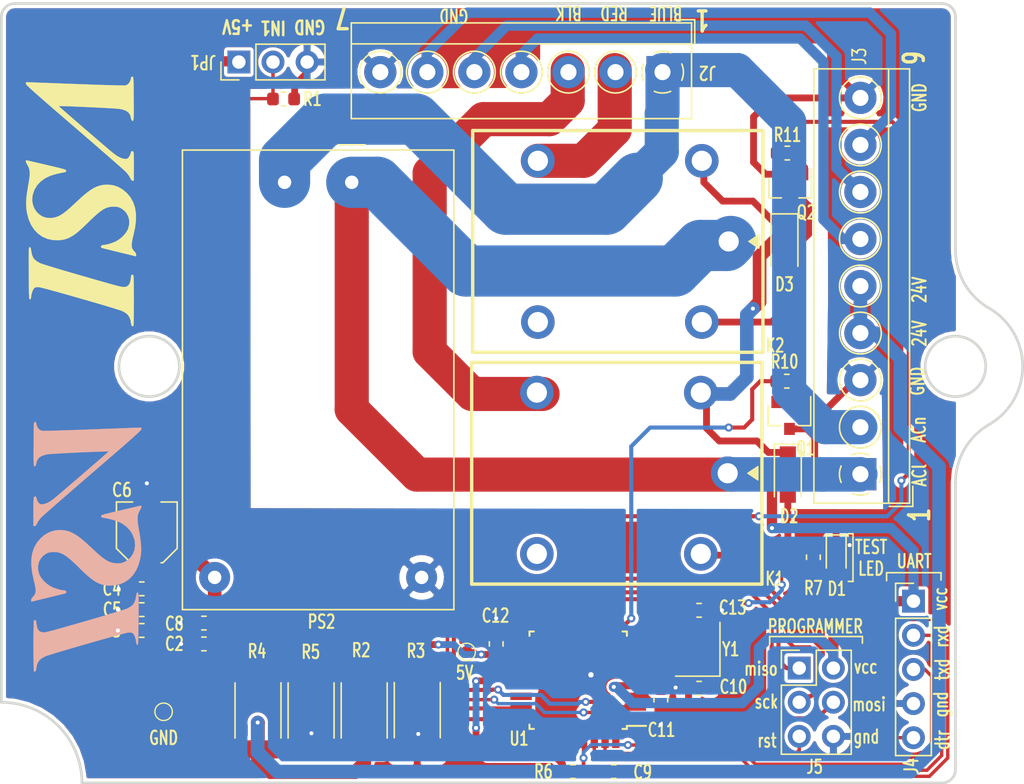
<source format=kicad_pcb>
(kicad_pcb (version 20171130) (host pcbnew "(5.1.4-0)")
  (layers (0 F.Cu signal) (31 B.Cu signal) (34 B.Paste user) (35 F.Paste user) (36 B.SilkS user) (37 F.SilkS user) (38 B.Mask user) (39 F.Mask user) (44 Edge.Cuts user))
  (net 0 "")
  (net 1 /ac_l)
  (net 2 /ac_n)
  (net 3 +5V)
  (net 4 GND)
  (net 5 "Net-(C9-Pad2)")
  (net 6 /xtal1)
  (net 7 /xtal2)
  (net 8 "Net-(D1-Pad2)")
  (net 9 "Net-(D2-Pad2)")
  (net 10 "Net-(D3-Pad2)")
  (net 11 /ac_relay_1)
  (net 12 /ac_relay_2)
  (net 13 "Net-(J2-Pad4)")
  (net 14 "Net-(J2-Pad5)")
  (net 15 "Net-(J2-Pad6)")
  (net 16 +24V)
  (net 17 /rxd)
  (net 18 /txd)
  (net 19 /miso)
  (net 20 /sck)
  (net 21 /mosi)
  (net 22 /in1)
  (net 23 "Net-(K1-Pad4)")
  (net 24 "Net-(K2-Pad4)")
  (net 25 "Net-(Q1-Pad1)")
  (net 26 "Net-(Q2-Pad1)")
  (net 27 /in2)
  (net 28 /in3)
  (net 29 /debugging_led)
  (net 30 /out2)
  (net 31 /out1)
  (net 32 "Net-(U1-Pad10)")
  (net 33 "Net-(U1-Pad12)")
  (net 34 "Net-(U1-Pad13)")
  (net 35 "Net-(U1-Pad14)")
  (net 36 "Net-(U1-Pad19)")
  (net 37 "Net-(U1-Pad20)")
  (net 38 "Net-(U1-Pad22)")
  (net 39 "Net-(U1-Pad25)")
  (net 40 "Net-(U1-Pad26)")
  (net 41 "Net-(U1-Pad27)")
  (net 42 "Net-(U1-Pad28)")
  (net 43 "Net-(U1-Pad32)")
  (net 44 "Net-(Y1-Pad2)")
  (net 45 "Net-(Y1-Pad4)")
  (net 46 /~reset)
  (module logo:logo_1 (layer B.Cu) (at 118.3 106.55 270)
    (fp_text reference G*** hide)
    (fp_text value LOGO hide)
  )
  (module logo:logo_1 (layer F.Cu) (at 117.9 80.85 270)
    (fp_text reference G*** hide)
    (fp_text value LOGO hide)
  )
  (module greencharge-footprints:G5LE-14 (layer F.Cu) (at 164.1 77.85 180)
    (fp_text reference K2 (at -5.45 -13.75 180) (layer F.SilkS) (effects (font (size 1 0.7))))
    (fp_text value G5LE-14 hide)
    (pad 1 thru_hole circle (at -2 -6 270) (size 2.5 2.5) (drill 1.5) (layers *.Cu *.Mask) (net 1 /ac_l))
    (pad 2 thru_hole circle (at 0 0 270) (size 2.5 2.5) (drill 1.5) (layers *.Cu *.Mask) (net 3 +5V))
    (pad 3 thru_hole circle (at 12.2 0 270) (size 2.5 2.5) (drill 1.5) (layers *.Cu *.Mask) (net 11 /ac_relay_1))
    (pad 4 thru_hole circle (at 12.2 -12 270) (size 2.5 2.5) (drill 1.5) (layers *.Cu *.Mask) (net 24 "Net-(K2-Pad4)"))
    (pad 5 thru_hole circle (at 0 -12 270) (size 2.5 2.5) (drill 1.5) (layers *.Cu *.Mask) (net 10 "Net-(D3-Pad2)"))
  )
  (module Converter_ACDC:Converter_ACDC_HiLink_HLK-PMxx (layer F.Cu) (at 138.05 79.45 270)
    (fp_text reference PS2 (at 32.7 2.25) (layer F.SilkS) (effects (font (size 1 0.7))))
    (fp_text value HLK-PM01)
    (pad 4 thru_hole circle (at 29.4 10.2 270) (size 2.3 2.3) (drill 1) (layers *.Cu *.Mask) (net 3 +5V))
    (pad 2 thru_hole circle (at 0 5 270) (size 2.3 2.3) (drill 1) (layers *.Cu *.Mask) (net 2 /ac_n))
    (pad 1 thru_hole rect (at 0 0 270) (size 2.3 2) (drill 1) (layers *.Cu *.Mask) (net 1 /ac_l))
    (pad 3 thru_hole circle (at 29.4 -5.2 270) (size 2.3 2.3) (drill 1) (layers *.Cu *.Mask) (net 4 GND))
  )
  (module Capacitor_SMD:C_0603_1608Metric (layer F.Cu) (at 127.05 113.8 180)
    (fp_text reference C2 (at 2.2 0) (layer F.SilkS) (effects (font (size 1 0.7))))
    (fp_text value 10u)
    (pad 1 smd roundrect (at -0.7875 0 180) (size 0.875 0.95) (layers F.Cu F.Paste F.Mask) (net 3 +5V))
    (pad 2 smd roundrect (at 0.7875 0 180) (size 0.875 0.95) (layers F.Cu F.Paste F.Mask) (net 4 GND))
  )
  (module Capacitor_SMD:C_0603_1608Metric (layer F.Cu) (at 122.425 112.8 180)
    (fp_text reference C3 (at 2.225 0) (layer F.SilkS) (effects (font (size 1 0.7))))
    (fp_text value 0.1u)
    (pad 2 smd roundrect (at 0.7875 0 180) (size 0.875 0.95) (layers F.Cu F.Paste F.Mask) (net 4 GND))
    (pad 1 smd roundrect (at -0.7875 0 180) (size 0.875 0.95) (layers F.Cu F.Paste F.Mask) (net 3 +5V))
  )
  (module Capacitor_SMD:C_0603_1608Metric (layer F.Cu) (at 122.425 109.7 180)
    (fp_text reference C4 (at 2.225 0) (layer F.SilkS) (effects (font (size 1 0.7))))
    (fp_text value 1n)
    (pad 1 smd roundrect (at -0.7875 0 180) (size 0.875 0.95) (layers F.Cu F.Paste F.Mask) (net 3 +5V))
    (pad 2 smd roundrect (at 0.7875 0 180) (size 0.875 0.95) (layers F.Cu F.Paste F.Mask) (net 4 GND))
  )
  (module Capacitor_SMD:C_0603_1608Metric (layer F.Cu) (at 122.425 111.25 180)
    (fp_text reference C5 (at 2.2 0) (layer F.SilkS) (effects (font (size 1 0.7))))
    (fp_text value 0.1u)
    (pad 2 smd roundrect (at 0.7875 0 180) (size 0.875 0.95) (layers F.Cu F.Paste F.Mask) (net 4 GND))
    (pad 1 smd roundrect (at -0.7875 0 180) (size 0.875 0.95) (layers F.Cu F.Paste F.Mask) (net 3 +5V))
  )
  (module Capacitor_SMD:C_0603_1608Metric (layer F.Cu) (at 127.05 112.25 180)
    (fp_text reference C8 (at 2.2 -0.05) (layer F.SilkS) (effects (font (size 1 0.7))))
    (fp_text value 10u)
    (pad 1 smd roundrect (at -0.7875 0 180) (size 0.875 0.95) (layers F.Cu F.Paste F.Mask) (net 3 +5V))
    (pad 2 smd roundrect (at 0.7875 0 180) (size 0.875 0.95) (layers F.Cu F.Paste F.Mask) (net 4 GND))
  )
  (module Capacitor_SMD:C_0603_1608Metric (layer F.Cu) (at 157.55 123.3)
    (fp_text reference C9 (at 2.15 0.05) (layer F.SilkS) (effects (font (size 1 0.7))))
    (fp_text value 0.1u)
    (pad 2 smd roundrect (at 0.7875 0) (size 0.875 0.95) (layers F.Cu F.Paste F.Mask) (net 5 "Net-(C9-Pad2)"))
    (pad 1 smd roundrect (at -0.7875 0) (size 0.875 0.95) (layers F.Cu F.Paste F.Mask) (net 46 /~reset))
  )
  (module Capacitor_SMD:C_0603_1608Metric (layer F.Cu) (at 163.9 117.1 180)
    (fp_text reference C10 (at -2.55 0.1) (layer F.SilkS) (effects (font (size 1 0.7))))
    (fp_text value 22p)
    (pad 1 smd roundrect (at -0.7875 0 180) (size 0.875 0.95) (layers F.Cu F.Paste F.Mask) (net 6 /xtal1))
    (pad 2 smd roundrect (at 0.7875 0 180) (size 0.875 0.95) (layers F.Cu F.Paste F.Mask) (net 4 GND))
  )
  (module Capacitor_SMD:C_0603_1608Metric (layer F.Cu) (at 161.05 117.95 270)
    (fp_text reference C11 (at 2.25 -0.05 180) (layer F.SilkS) (effects (font (size 1 0.7))))
    (fp_text value 0.1u)
    (pad 2 smd roundrect (at 0.7875 0 270) (size 0.875 0.95) (layers F.Cu F.Paste F.Mask) (net 4 GND))
    (pad 1 smd roundrect (at -0.7875 0 270) (size 0.875 0.95) (layers F.Cu F.Paste F.Mask) (net 3 +5V))
  )
  (module Capacitor_SMD:C_0603_1608Metric (layer F.Cu) (at 148.8 113.8 90)
    (fp_text reference C12 (at 2.1 -0.05 180) (layer F.SilkS) (effects (font (size 1 0.7))))
    (fp_text value 0.1u)
    (pad 1 smd roundrect (at -0.7875 0 90) (size 0.875 0.95) (layers F.Cu F.Paste F.Mask) (net 3 +5V))
    (pad 2 smd roundrect (at 0.7875 0 90) (size 0.875 0.95) (layers F.Cu F.Paste F.Mask) (net 4 GND))
  )
  (module Capacitor_SMD:C_0603_1608Metric (layer F.Cu) (at 163.9 111.3)
    (fp_text reference C13 (at 2.5 -0.2) (layer F.SilkS) (effects (font (size 1 0.7))))
    (fp_text value 22p)
    (pad 2 smd roundrect (at 0.7875 0) (size 0.875 0.95) (layers F.Cu F.Paste F.Mask) (net 4 GND))
    (pad 1 smd roundrect (at -0.7875 0) (size 0.875 0.95) (layers F.Cu F.Paste F.Mask) (net 7 /xtal2))
  )
  (module LED_SMD:LED_0603_1608Metric_Pad1.05x0.95mm_HandSolder (layer F.Cu) (at 174.1 107.35 270)
    (fp_text reference D1 (at 2.35 -0.05 180) (layer F.SilkS) (effects (font (size 1 0.7))))
    (fp_text value LED_Small)
    (pad 1 smd roundrect (at -0.875 0 270) (size 1.05 0.95) (layers F.Cu F.Paste F.Mask) (net 4 GND))
    (pad 2 smd roundrect (at 0.875 0 270) (size 1.05 0.95) (layers F.Cu F.Paste F.Mask) (net 8 "Net-(D1-Pad2)"))
  )
  (module Diode_SMD:D_SOD-123 (layer F.Cu) (at 170.5 101.2 270)
    (fp_text reference D2 (at 3.1 -0.1 180) (layer F.SilkS) (effects (font (size 1 0.7))))
    (fp_text value D_Small)
    (pad 2 smd rect (at 1.65 0 270) (size 0.9 1.2) (layers F.Cu F.Paste F.Mask) (net 9 "Net-(D2-Pad2)"))
    (pad 1 smd rect (at -1.65 0 270) (size 0.9 1.2) (layers F.Cu F.Paste F.Mask) (net 3 +5V))
  )
  (module Diode_SMD:D_SOD-123 (layer F.Cu) (at 170.25 84.05 270)
    (fp_text reference D3 (at 3 0 180) (layer F.SilkS) (effects (font (size 1 0.7))))
    (fp_text value D_Small)
    (pad 1 smd rect (at -1.65 0 270) (size 0.9 1.2) (layers F.Cu F.Paste F.Mask) (net 3 +5V))
    (pad 2 smd rect (at 1.65 0 270) (size 0.9 1.2) (layers F.Cu F.Paste F.Mask) (net 10 "Net-(D3-Pad2)"))
  )
  (module Connector_PinHeader_2.54mm:PinHeader_1x05_P2.54mm_Vertical (layer F.Cu) (at 179.85 110.62)
    (fp_text reference J4 (at -0.15 12.28 90 unlocked) (layer F.SilkS) (effects (font (size 1 0.7))))
    (fp_text value Conn_01x05)
    (pad 1 thru_hole rect (at 0 0) (size 1.7 1.7) (drill 1) (layers *.Cu *.Mask) (net 3 +5V))
    (pad 2 thru_hole oval (at 0 2.54) (size 1.7 1.7) (drill 1) (layers *.Cu *.Mask) (net 17 /rxd))
    (pad 3 thru_hole oval (at 0 5.08) (size 1.7 1.7) (drill 1) (layers *.Cu *.Mask) (net 18 /txd))
    (pad 4 thru_hole oval (at 0 7.62) (size 1.7 1.7) (drill 1) (layers *.Cu *.Mask) (net 4 GND))
    (pad 5 thru_hole oval (at 0 10.16) (size 1.7 1.7) (drill 1) (layers *.Cu *.Mask) (net 5 "Net-(C9-Pad2)"))
  )
  (module Connector_PinHeader_2.54mm:PinHeader_2x03_P2.54mm_Vertical (layer F.Cu) (at 171.35 115.6)
    (fp_text reference J5 (at 1.15 7.35) (layer F.SilkS) (effects (font (size 1 0.7))))
    (fp_text value Conn_02x03_Odd_Even)
    (pad 1 thru_hole rect (at 0 0) (size 1.7 1.7) (drill 1) (layers *.Cu *.Mask) (net 19 /miso))
    (pad 2 thru_hole oval (at 2.54 0) (size 1.7 1.7) (drill 1) (layers *.Cu *.Mask) (net 3 +5V))
    (pad 3 thru_hole oval (at 0 2.54) (size 1.7 1.7) (drill 1) (layers *.Cu *.Mask) (net 20 /sck))
    (pad 4 thru_hole oval (at 2.54 2.54) (size 1.7 1.7) (drill 1) (layers *.Cu *.Mask) (net 21 /mosi))
    (pad 5 thru_hole oval (at 0 5.08) (size 1.7 1.7) (drill 1) (layers *.Cu *.Mask) (net 46 /~reset))
    (pad 6 thru_hole oval (at 2.54 5.08) (size 1.7 1.7) (drill 1) (layers *.Cu *.Mask) (net 4 GND))
  )
  (module Connector_PinHeader_2.54mm:PinHeader_1x03_P2.54mm_Vertical (layer F.Cu) (at 129.65 70.5 90)
    (fp_text reference JP1 (at 0 -2.66 180 unlocked) (layer F.SilkS) (effects (font (size 1 0.7))))
    (fp_text value Jumper_3_Open)
    (pad 1 thru_hole rect (at 0 0 90) (size 1.7 1.7) (drill 1) (layers *.Cu *.Mask) (net 3 +5V))
    (pad 2 thru_hole oval (at 0 2.54 90) (size 1.7 1.7) (drill 1) (layers *.Cu *.Mask) (net 22 /in1))
    (pad 3 thru_hole oval (at 0 5.08 90) (size 1.7 1.7) (drill 1) (layers *.Cu *.Mask) (net 4 GND))
  )
  (module greencharge-footprints:G5LE-14 (layer F.Cu) (at 164.025 95.1 180)
    (fp_text reference K1 (at -5.5 -13.85 180) (layer F.SilkS) (effects (font (size 1 0.7))))
    (fp_text value G5LE-14 hide)
    (pad 5 thru_hole circle (at 0 -12 270) (size 2.5 2.5) (drill 1.5) (layers *.Cu *.Mask) (net 9 "Net-(D2-Pad2)"))
    (pad 4 thru_hole circle (at 12.2 -12 270) (size 2.5 2.5) (drill 1.5) (layers *.Cu *.Mask) (net 23 "Net-(K1-Pad4)"))
    (pad 3 thru_hole circle (at 12.2 0 270) (size 2.5 2.5) (drill 1.5) (layers *.Cu *.Mask) (net 12 /ac_relay_2))
    (pad 2 thru_hole circle (at 0 0 270) (size 2.5 2.5) (drill 1.5) (layers *.Cu *.Mask) (net 3 +5V))
    (pad 1 thru_hole circle (at -2 -6 270) (size 2.5 2.5) (drill 1.5) (layers *.Cu *.Mask) (net 1 /ac_l))
  )
  (module Package_TO_SOT_SMD:SOT-23 (layer F.Cu) (at 170.625 96.8 270)
    (fp_text reference Q1 (at 2.45 -1.2 180) (layer F.SilkS) (effects (font (size 1 0.7))))
    (fp_text value MMBT3904)
    (pad 3 smd rect (at 1 0 270) (size 0.9 0.8) (layers F.Cu F.Paste F.Mask) (net 9 "Net-(D2-Pad2)"))
    (pad 2 smd rect (at -1 0.95 270) (size 0.9 0.8) (layers F.Cu F.Paste F.Mask) (net 4 GND))
    (pad 1 smd rect (at -1 -0.95 270) (size 0.9 0.8) (layers F.Cu F.Paste F.Mask) (net 25 "Net-(Q1-Pad1)"))
  )
  (module Package_TO_SOT_SMD:SOT-23 (layer F.Cu) (at 170.675 79.85 270)
    (fp_text reference Q2 (at 1.85 -1.2 180) (layer F.SilkS) (effects (font (size 1 0.7))))
    (fp_text value MMBT3904)
    (pad 1 smd rect (at -1 -0.95 270) (size 0.9 0.8) (layers F.Cu F.Paste F.Mask) (net 26 "Net-(Q2-Pad1)"))
    (pad 2 smd rect (at -1 0.95 270) (size 0.9 0.8) (layers F.Cu F.Paste F.Mask) (net 4 GND))
    (pad 3 smd rect (at 1 0 270) (size 0.9 0.8) (layers F.Cu F.Paste F.Mask) (net 10 "Net-(D3-Pad2)"))
  )
  (module Resistor_SMD:R_0603_1608Metric (layer F.Cu) (at 132.975 73.25 180)
    (fp_text reference R1 (at -2.15 0) (layer F.SilkS) (effects (font (size 1 0.7))))
    (fp_text value 10k)
    (pad 1 smd roundrect (at -0.7875 0 180) (size 0.875 0.95) (layers F.Cu F.Paste F.Mask) (net 4 GND))
    (pad 2 smd roundrect (at 0.7875 0 180) (size 0.875 0.95) (layers F.Cu F.Paste F.Mask) (net 22 /in1))
  )
  (module Resistor_SMD:R_2512_6332Metric (layer F.Cu) (at 138.975 118.75 90)
    (fp_text reference R2 (at 4.475 -0.225 180) (layer F.SilkS) (effects (font (size 1 0.7))))
    (fp_text value 30k)
    (pad 2 smd roundrect (at 2.9 0 90) (size 1.35 3.35) (layers F.Cu F.Paste F.Mask) (roundrect_rratio 0.185185) (net 27 /in2))
    (pad 1 smd roundrect (at -2.9 0 90) (size 1.35 3.35) (layers F.Cu F.Paste F.Mask) (roundrect_rratio 0.185185) (net 16 +24V))
  )
  (module Resistor_SMD:R_2512_6332Metric (layer F.Cu) (at 142.925 118.725 270)
    (fp_text reference R3 (at -4.4 0.1 180) (layer F.SilkS) (effects (font (size 1 0.7))))
    (fp_text value 7k)
    (pad 1 smd roundrect (at -2.9 0 270) (size 1.35 3.35) (layers F.Cu F.Paste F.Mask) (roundrect_rratio 0.185185) (net 27 /in2))
    (pad 2 smd roundrect (at 2.9 0 270) (size 1.35 3.35) (layers F.Cu F.Paste F.Mask) (roundrect_rratio 0.185185) (net 4 GND))
  )
  (module Resistor_SMD:R_2512_6332Metric (layer F.Cu) (at 131.075 118.75 90)
    (fp_text reference R4 (at 4.4 -0.075 180) (layer F.SilkS) (effects (font (size 1 0.7))))
    (fp_text value 30k)
    (pad 2 smd roundrect (at 2.9 0 90) (size 1.35 3.35) (layers F.Cu F.Paste F.Mask) (roundrect_rratio 0.185185) (net 28 /in3))
    (pad 1 smd roundrect (at -2.9 0 90) (size 1.35 3.35) (layers F.Cu F.Paste F.Mask) (roundrect_rratio 0.185185) (net 16 +24V))
  )
  (module Resistor_SMD:R_2512_6332Metric (layer F.Cu) (at 135.025 118.75 270)
    (fp_text reference R5 (at -4.35 0.025 180) (layer F.SilkS) (effects (font (size 1 0.7))))
    (fp_text value 7k)
    (pad 1 smd roundrect (at -2.9 0 270) (size 1.35 3.35) (layers F.Cu F.Paste F.Mask) (roundrect_rratio 0.185185) (net 28 /in3))
    (pad 2 smd roundrect (at 2.9 0 270) (size 1.35 3.35) (layers F.Cu F.Paste F.Mask) (roundrect_rratio 0.185185) (net 4 GND))
  )
  (module Resistor_SMD:R_0603_1608Metric (layer F.Cu) (at 154.5125 123.3 180)
    (fp_text reference R6 (at 2.2 0) (layer F.SilkS) (effects (font (size 1 0.7))))
    (fp_text value 10k)
    (pad 1 smd roundrect (at -0.7875 0 180) (size 0.875 0.95) (layers F.Cu F.Paste F.Mask) (net 46 /~reset))
    (pad 2 smd roundrect (at 0.7875 0 180) (size 0.875 0.95) (layers F.Cu F.Paste F.Mask) (net 3 +5V))
  )
  (module Resistor_SMD:R_0603_1608Metric (layer F.Cu) (at 172.4 107.35 270)
    (fp_text reference R7 (at 2.3 0 180) (layer F.SilkS) (effects (font (size 1 0.7))))
    (fp_text value 1k)
    (pad 2 smd roundrect (at 0.7875 0 270) (size 0.875 0.95) (layers F.Cu F.Paste F.Mask) (net 8 "Net-(D1-Pad2)"))
    (pad 1 smd roundrect (at -0.7875 0 270) (size 0.875 0.95) (layers F.Cu F.Paste F.Mask) (net 29 /debugging_led))
  )
  (module Resistor_SMD:R_0603_1608Metric (layer F.Cu) (at 170.425 94.25)
    (fp_text reference R10 (at -0.1625 -1.45) (layer F.SilkS) (effects (font (size 1 0.7))))
    (fp_text value 470R)
    (pad 1 smd roundrect (at -0.7875 0) (size 0.875 0.95) (layers F.Cu F.Paste F.Mask) (net 30 /out2))
    (pad 2 smd roundrect (at 0.7875 0) (size 0.875 0.95) (layers F.Cu F.Paste F.Mask) (net 25 "Net-(Q1-Pad1)"))
  )
  (module Resistor_SMD:R_0603_1608Metric (layer F.Cu) (at 170.4625 77.275)
    (fp_text reference R11 (at 0.0125 -1.35 180) (layer F.SilkS) (effects (font (size 1 0.7))))
    (fp_text value 470R)
    (pad 2 smd roundrect (at 0.7875 0) (size 0.875 0.95) (layers F.Cu F.Paste F.Mask) (net 26 "Net-(Q2-Pad1)"))
    (pad 1 smd roundrect (at -0.7875 0) (size 0.875 0.95) (layers F.Cu F.Paste F.Mask) (net 31 /out1))
  )
  (module brilliant-kicad-library:TestPoint_Pad_D0.9mm (layer F.Cu) (at 146.6 114.4 90)
    (fp_text reference TP2 hide)
    (fp_text value TestPoint)
    (pad 1 smd circle (at 0 0 90) (size 0.9 0.9) (layers F.Cu F.Mask) (net 3 +5V))
  )
  (module brilliant-kicad-library:TestPoint_Pad_D0.9mm (layer F.Cu) (at 124.05 118.85 90)
    (fp_text reference TP3 hide)
    (fp_text value TestPoint)
    (pad 1 smd circle (at 0 0 90) (size 0.9 0.9) (layers F.Cu F.Mask) (net 4 GND))
  )
  (module Package_QFP:TQFP-32_7x7mm_P0.8mm (layer F.Cu) (at 154.9 116.5 180)
    (fp_text reference U1 (at 4.4 -4.35) (layer F.SilkS) (effects (font (size 1 0.7))))
    (fp_text value ATmega328P-A)
    (pad 1 smd rect (at -4.25 -2.8 180) (size 1.6 0.55) (layers F.Cu F.Paste F.Mask) (net 22 /in1))
    (pad 2 smd rect (at -4.25 -2 180) (size 1.6 0.55) (layers F.Cu F.Paste F.Mask) (net 31 /out1))
    (pad 3 smd rect (at -4.25 -1.2 180) (size 1.6 0.55) (layers F.Cu F.Paste F.Mask) (net 4 GND))
    (pad 4 smd rect (at -4.25 -0.4 180) (size 1.6 0.55) (layers F.Cu F.Paste F.Mask) (net 3 +5V))
    (pad 5 smd rect (at -4.25 0.4 180) (size 1.6 0.55) (layers F.Cu F.Paste F.Mask) (net 4 GND))
    (pad 6 smd rect (at -4.25 1.2 180) (size 1.6 0.55) (layers F.Cu F.Paste F.Mask) (net 3 +5V))
    (pad 7 smd rect (at -4.25 2 180) (size 1.6 0.55) (layers F.Cu F.Paste F.Mask) (net 6 /xtal1))
    (pad 8 smd rect (at -4.25 2.8 180) (size 1.6 0.55) (layers F.Cu F.Paste F.Mask) (net 7 /xtal2))
    (pad 9 smd rect (at -2.8 4.25 270) (size 1.6 0.55) (layers F.Cu F.Paste F.Mask) (net 30 /out2))
    (pad 10 smd rect (at -2 4.25 270) (size 1.6 0.55) (layers F.Cu F.Paste F.Mask) (net 32 "Net-(U1-Pad10)"))
    (pad 11 smd rect (at -1.2 4.25 270) (size 1.6 0.55) (layers F.Cu F.Paste F.Mask) (net 29 /debugging_led))
    (pad 12 smd rect (at -0.4 4.25 270) (size 1.6 0.55) (layers F.Cu F.Paste F.Mask) (net 33 "Net-(U1-Pad12)"))
    (pad 13 smd rect (at 0.4 4.25 270) (size 1.6 0.55) (layers F.Cu F.Paste F.Mask) (net 34 "Net-(U1-Pad13)"))
    (pad 14 smd rect (at 1.2 4.25 270) (size 1.6 0.55) (layers F.Cu F.Paste F.Mask) (net 35 "Net-(U1-Pad14)"))
    (pad 15 smd rect (at 2 4.25 270) (size 1.6 0.55) (layers F.Cu F.Paste F.Mask) (net 21 /mosi))
    (pad 16 smd rect (at 2.8 4.25 270) (size 1.6 0.55) (layers F.Cu F.Paste F.Mask) (net 19 /miso))
    (pad 17 smd rect (at 4.25 2.8 180) (size 1.6 0.55) (layers F.Cu F.Paste F.Mask) (net 20 /sck))
    (pad 18 smd rect (at 4.25 2 180) (size 1.6 0.55) (layers F.Cu F.Paste F.Mask) (net 3 +5V))
    (pad 19 smd rect (at 4.25 1.2 180) (size 1.6 0.55) (layers F.Cu F.Paste F.Mask) (net 36 "Net-(U1-Pad19)"))
    (pad 20 smd rect (at 4.25 0.4 180) (size 1.6 0.55) (layers F.Cu F.Paste F.Mask) (net 37 "Net-(U1-Pad20)"))
    (pad 21 smd rect (at 4.25 -0.4 180) (size 1.6 0.55) (layers F.Cu F.Paste F.Mask) (net 4 GND))
    (pad 22 smd rect (at 4.25 -1.2 180) (size 1.6 0.55) (layers F.Cu F.Paste F.Mask) (net 38 "Net-(U1-Pad22)"))
    (pad 23 smd rect (at 4.25 -2 180) (size 1.6 0.55) (layers F.Cu F.Paste F.Mask) (net 27 /in2))
    (pad 24 smd rect (at 4.25 -2.8 180) (size 1.6 0.55) (layers F.Cu F.Paste F.Mask) (net 28 /in3))
    (pad 25 smd rect (at 2.8 -4.25 270) (size 1.6 0.55) (layers F.Cu F.Paste F.Mask) (net 39 "Net-(U1-Pad25)"))
    (pad 26 smd rect (at 2 -4.25 270) (size 1.6 0.55) (layers F.Cu F.Paste F.Mask) (net 40 "Net-(U1-Pad26)"))
    (pad 27 smd rect (at 1.2 -4.25 270) (size 1.6 0.55) (layers F.Cu F.Paste F.Mask) (net 41 "Net-(U1-Pad27)"))
    (pad 28 smd rect (at 0.4 -4.25 270) (size 1.6 0.55) (layers F.Cu F.Paste F.Mask) (net 42 "Net-(U1-Pad28)"))
    (pad 29 smd rect (at -0.4 -4.25 270) (size 1.6 0.55) (layers F.Cu F.Paste F.Mask) (net 46 /~reset))
    (pad 30 smd rect (at -1.2 -4.25 270) (size 1.6 0.55) (layers F.Cu F.Paste F.Mask) (net 17 /rxd))
    (pad 31 smd rect (at -2 -4.25 270) (size 1.6 0.55) (layers F.Cu F.Paste F.Mask) (net 18 /txd))
    (pad 32 smd rect (at -2.8 -4.25 270) (size 1.6 0.55) (layers F.Cu F.Paste F.Mask) (net 43 "Net-(U1-Pad32)"))
  )
  (module Crystal:Crystal_SMD_Abracon_ABM8G-4Pin_3.2x2.5mm (layer F.Cu) (at 163.8 114.2 90)
    (fp_text reference Y1 (at 0 2.45 180) (layer F.SilkS) (effects (font (size 1 0.7))))
    (fp_text value 16MHz)
    (pad 1 smd rect (at -1.1 0.85 90) (size 1.4 1.2) (layers F.Cu F.Paste F.Mask) (net 6 /xtal1))
    (pad 2 smd rect (at 1.1 0.85 90) (size 1.4 1.2) (layers F.Cu F.Paste F.Mask) (net 44 "Net-(Y1-Pad2)"))
    (pad 3 smd rect (at 1.1 -0.85 90) (size 1.4 1.2) (layers F.Cu F.Paste F.Mask) (net 7 /xtal2))
    (pad 4 smd rect (at -1.1 -0.85 90) (size 1.4 1.2) (layers F.Cu F.Paste F.Mask) (net 45 "Net-(Y1-Pad4)"))
  )
  (module Capacitor_SMD:CP_Elec_4x5.3 (layer F.Cu) (at 122.8 105.5 90)
    (fp_text reference C6 (at 3.15 -1.85 180) (layer F.SilkS) (effects (font (size 1 0.75))))
    (fp_text value 47u)
    (pad 1 smd roundrect (at -1.8 0 90) (size 2.6 1.6) (layers F.Cu F.Paste F.Mask) (roundrect_rratio 0.15625) (net 3 +5V))
    (pad 2 smd roundrect (at 1.8 0 90) (size 2.6 1.6) (layers F.Cu F.Paste F.Mask) (roundrect_rratio 0.15625) (net 4 GND))
  )
  (module TerminalBlock_4Ucon:TerminalBlock_4Ucon_1x07_P3.50mm_Horizontal (layer F.Cu) (at 161.175 71.25 180)
    (fp_text reference J2 (at -3.35 -0.05 180 unlocked) (layer F.SilkS) (effects (font (size 1 0.75))))
    (fp_text value Screw_Terminal_01x07)
    (pad 1 thru_hole rect (at 0 0 180) (size 2.4 2.4) (drill 1.2) (layers *.Cu *.Mask) (net 2 /ac_n))
    (pad 2 thru_hole circle (at 3.5 0 180) (size 2.4 2.4) (drill 1.2) (layers *.Cu *.Mask) (net 11 /ac_relay_1))
    (pad 3 thru_hole circle (at 7 0 180) (size 2.4 2.4) (drill 1.2) (layers *.Cu *.Mask) (net 12 /ac_relay_2))
    (pad 4 thru_hole circle (at 10.5 0 180) (size 2.4 2.4) (drill 1.2) (layers *.Cu *.Mask) (net 13 "Net-(J2-Pad4)"))
    (pad 5 thru_hole circle (at 14 0 180) (size 2.4 2.4) (drill 1.2) (layers *.Cu *.Mask) (net 14 "Net-(J2-Pad5)"))
    (pad 6 thru_hole circle (at 17.5 0 180) (size 2.4 2.4) (drill 1.2) (layers *.Cu *.Mask) (net 15 "Net-(J2-Pad6)"))
    (pad 7 thru_hole circle (at 21 0 180) (size 2.4 2.4) (drill 1.2) (layers *.Cu *.Mask) (net 4 GND))
  )
  (module TerminalBlock_4Ucon:TerminalBlock_4Ucon_1x09_P3.50mm_Horizontal (layer F.Cu) (at 175.9 101.17 90)
    (fp_text reference J3 (at 31.095 -0.075 90) (layer F.SilkS) (effects (font (size 1 0.75) (thickness 0.125))))
    (fp_text value Screw_Terminal_01x09)
    (pad 1 thru_hole rect (at 0 0 90) (size 2.4 2.4) (drill 1.2) (layers *.Cu *.Mask) (net 1 /ac_l))
    (pad 2 thru_hole circle (at 3.5 0 90) (size 2.4 2.4) (drill 1.2) (layers *.Cu *.Mask) (net 2 /ac_n))
    (pad 3 thru_hole circle (at 7 0 90) (size 2.4 2.4) (drill 1.2) (layers *.Cu *.Mask) (net 4 GND))
    (pad 4 thru_hole circle (at 10.5 0 90) (size 2.4 2.4) (drill 1.2) (layers *.Cu *.Mask) (net 16 +24V))
    (pad 5 thru_hole circle (at 14 0 90) (size 2.4 2.4) (drill 1.2) (layers *.Cu *.Mask) (net 16 +24V))
    (pad 6 thru_hole circle (at 17.5 0 90) (size 2.4 2.4) (drill 1.2) (layers *.Cu *.Mask) (net 13 "Net-(J2-Pad4)"))
    (pad 7 thru_hole circle (at 21 0 90) (size 2.4 2.4) (drill 1.2) (layers *.Cu *.Mask) (net 14 "Net-(J2-Pad5)"))
    (pad 8 thru_hole circle (at 24.5 0 90) (size 2.4 2.4) (drill 1.2) (layers *.Cu *.Mask) (net 15 "Net-(J2-Pad6)"))
    (pad 9 thru_hole circle (at 28 0 90) (size 2.4 2.4) (drill 1.2) (layers *.Cu *.Mask) (net 4 GND))
  )
  (gr_text GND (at 134.925 67.875 180) (layer F.SilkS) (effects (font (size 1 0.75) (thickness 0.1875))))
  (gr_text IN1 (at 132.2 67.95 180) (layer F.SilkS) (effects (font (size 1 0.75) (thickness 0.1875))))
  (gr_text +5V (at 129.575 67.85 180) (layer F.SilkS) (effects (font (size 1 0.75) (thickness 0.1875))))
  (gr_text GND (at 145.65 67.05 180) (layer F.SilkS) (effects (font (size 1 0.7))))
  (gr_text BLK (at 154.175 66.85 180) (layer F.SilkS) (effects (font (size 1 0.7))))
  (gr_text RED (at 157.575 66.85 180) (layer F.SilkS) (effects (font (size 1 0.7))))
  (gr_text "BLUE\n" (at 161.4 66.875 180) (layer F.SilkS) (effects (font (size 1 0.65))))
  (gr_text GND (at 180.3 73.15 90) (layer F.SilkS) (effects (font (size 1 0.7))))
  (gr_text 24V (at 180.3 87.45 90) (layer F.SilkS) (effects (font (size 1 0.7))))
  (gr_text 24V (at 180.3 90.7 90) (layer F.SilkS) (effects (font (size 1 0.7))))
  (gr_text GND (at 180.15 94.25 90) (layer F.SilkS) (effects (font (size 1 0.7))))
  (gr_text ACn (at 180.25 97.85 90) (layer F.SilkS) (effects (font (size 1 0.7))))
  (gr_text ACl (at 180.3 101.25 90) (layer F.SilkS) (effects (font (size 1 0.7))))
  (gr_text "7\n" (at 137.375 67.2 180) (layer F.SilkS) (effects (font (size 1.5 1) (thickness 0.25))))
  (gr_text 1 (at 164.125 67.375 180) (layer F.SilkS) (effects (font (size 1.5 1) (thickness 0.25))))
  (gr_text 9 (at 179.9 70.2 90) (layer F.SilkS) (effects (font (size 1.5 1) (thickness 0.25))))
  (gr_text 1 (at 180.3 104.2 90) (layer F.SilkS) (effects (font (size 1.5 1) (thickness 0.25))))
  (gr_text GND (at 124.05 120.8) (layer F.SilkS) (effects (font (size 1 0.7))))
  (gr_text 5V (at 146.45 115.95) (layer F.SilkS) (effects (font (size 1 0.7))))
  (gr_text "TEST\nLED" (at 176.7 107.4) (layer F.SilkS) (effects (font (size 1 0.7))))
  (gr_line (start 175.35 109.15) (end 175 109.15) (layer F.SilkS) (width 0.12))
  (gr_line (start 175.35 105.6) (end 175.35 109.15) (layer F.SilkS) (width 0.12))
  (gr_line (start 175 105.6) (end 175.35 105.6) (layer F.SilkS) (width 0.12))
  (gr_text UART (at 179.9 107.65) (layer F.SilkS) (effects (font (size 1 0.7))))
  (gr_line (start 181.9 108.5) (end 181.9 109.05) (layer F.SilkS) (width 0.12))
  (gr_line (start 181.75 108.5) (end 181.9 108.5) (layer F.SilkS) (width 0.12))
  (gr_line (start 181.35 108.5) (end 181.75 108.5) (layer F.SilkS) (width 0.12))
  (gr_line (start 177.85 108.5) (end 181.35 108.5) (layer F.SilkS) (width 0.12))
  (gr_line (start 177.85 109.1) (end 177.85 108.5) (layer F.SilkS) (width 0.12))
  (gr_text vcc (at 181.85 110.45 90) (layer F.SilkS) (effects (font (size 1 0.7))))
  (gr_text rxd (at 181.95 113.25 90) (layer F.SilkS) (effects (font (size 1 0.7))))
  (gr_text txd (at 182 115.7 90) (layer F.SilkS) (effects (font (size 1 0.7))))
  (gr_text gnd (at 181.9 118.3 90) (layer F.SilkS) (effects (font (size 1 0.7))))
  (gr_text dtr (at 182 120.95 90) (layer F.SilkS) (effects (font (size 1 0.7))))
  (gr_text PROGRAMMER (at 172.55 112.5) (layer F.SilkS) (effects (font (size 1 0.7))))
  (gr_line (start 176.05 113.25) (end 176.05 113.75) (layer F.SilkS) (width 0.12))
  (gr_line (start 175.8 113.25) (end 176.05 113.25) (layer F.SilkS) (width 0.12))
  (gr_line (start 169.15 113.25) (end 175.8 113.25) (layer F.SilkS) (width 0.12))
  (gr_line (start 169.15 113.85) (end 169.15 113.25) (layer F.SilkS) (width 0.12))
  (gr_text rst (at 168.95 121) (layer F.SilkS) (effects (font (size 1 0.7))))
  (gr_text "sck\n" (at 168.9 118.1) (layer F.SilkS) (effects (font (size 1 0.7))))
  (gr_text miso (at 168.5 115.65) (layer F.SilkS) (effects (font (size 1 0.7))))
  (gr_text vcc (at 176.3 115.5) (layer F.SilkS) (effects (font (size 1 0.7))))
  (gr_text mosi (at 176.55 118.3) (layer F.SilkS) (effects (font (size 1 0.7))))
  (gr_text gnd (at 176.35 120.7) (layer F.SilkS) (effects (font (size 1 0.7))))
  (gr_line (start 182.975226 101.807198) (end 182.975226 123.146944) (layer Edge.Cuts) (width 0.2))
  (gr_arc (start 187.975226 101.807198) (end 185.475226 97.477071) (angle -60) (layer Edge.Cuts) (width 0.2))
  (gr_arc (start 182.975226 93.146944) (end 185.475226 97.477071) (angle -120) (layer Edge.Cuts) (width 0.2))
  (gr_arc (start 187.975226 84.48669) (end 182.975226 84.48669) (angle -60) (layer Edge.Cuts) (width 0.2))
  (gr_line (start 182.975226 67.146944) (end 182.975226 84.48669) (layer Edge.Cuts) (width 0.2))
  (gr_arc (start 111.975226 124.146944) (end 117.975226 124.146944) (angle -90) (layer Edge.Cuts) (width 0.2))
  (gr_circle (center 122.975226 93.146944) (end 125.225226 93.146944) (layer Edge.Cuts) (width 0.2))
  (gr_circle (center 182.975226 93.146944) (end 185.225226 93.146944) (layer Edge.Cuts) (width 0.2))
  (gr_line (start 117.975226 124.146944) (end 181.975226 124.146944) (layer Edge.Cuts) (width 0.2))
  (gr_arc (start 181.975226 123.146944) (end 181.975226 124.146944) (angle -90) (layer Edge.Cuts) (width 0.2))
  (gr_arc (start 181.975226 67.146944) (end 182.975226 67.146944) (angle -90) (layer Edge.Cuts) (width 0.2))
  (gr_line (start 181.975226 66.146944) (end 112.975226 66.146944) (layer Edge.Cuts) (width 0.2))
  (gr_arc (start 112.975226 67.146944) (end 112.975226 66.146944) (angle -90) (layer Edge.Cuts) (width 0.2))
  (gr_line (start 111.975226 67.146944) (end 111.975226 118.146944) (layer Edge.Cuts) (width 0.2))
  (segment (start 168.7 101.2) (end 173.2 101.2) (width 2.54) (layer B.Cu) (net 1))
  (segment (start 168.7 101.2) (end 166.45 101.2) (width 2.54) (layer B.Cu) (net 1))
  (segment (start 166.45 101.2) (end 142.9 101.2) (width 2.54) (layer F.Cu) (net 1))
  (segment (start 138.05 96.35) (end 138.05 79.45) (width 2.54) (layer F.Cu) (net 1))
  (segment (start 142.9 101.2) (end 138.05 96.35) (width 2.54) (layer F.Cu) (net 1))
  (segment (start 139.95 79.45) (end 138.05 79.45) (width 3.81) (layer B.Cu) (net 1))
  (segment (start 162.1 86.05) (end 146.55 86.05) (width 3.81) (layer B.Cu) (net 1))
  (segment (start 164 84.15) (end 162.1 86.05) (width 3.81) (layer B.Cu) (net 1))
  (segment (start 146.55 86.05) (end 139.95 79.45) (width 3.81) (layer B.Cu) (net 1))
  (segment (start 165.95 84.15) (end 164 84.15) (width 3.81) (layer B.Cu) (net 1))
  (segment (start 166.25 83.85) (end 165.95 84.15) (width 3.81) (layer B.Cu) (net 1))
  (segment (start 172.9 101.2) (end 175.87 101.2) (width 2.54) (layer B.Cu) (net 1))
  (segment (start 175.87 101.2) (end 175.9 101.17) (width 2.54) (layer B.Cu) (net 1))
  (segment (start 168.7 101.2) (end 172.9 101.2) (width 1.016) (layer B.Cu) (net 1))
  (segment (start 166.28 101.17) (end 166.25 101.2) (width 2.54) (layer B.Cu) (net 1))
  (segment (start 175.9 101.17) (end 166.28 101.17) (width 2.54) (layer B.Cu) (net 1))
  (segment (start 161.12 71.1) (end 161.12 74.33) (width 1.016) (layer B.Cu) (net 2))
  (segment (start 161.12 74.33) (end 161.12 77.18) (width 2.54) (layer B.Cu) (net 2))
  (segment (start 161.12 77.18) (end 157.9 80.4) (width 2.54) (layer B.Cu) (net 2))
  (segment (start 136.123655 74.75) (end 133.05 77.823655) (width 3.81) (layer B.Cu) (net 2))
  (segment (start 133.05 77.823655) (end 133.05 79.45) (width 3.81) (layer B.Cu) (net 2))
  (segment (start 149.52101 81.45) (end 142.82101 74.75) (width 3.81) (layer B.Cu) (net 2))
  (segment (start 142.82101 74.75) (end 136.123655 74.75) (width 3.81) (layer B.Cu) (net 2))
  (segment (start 157 81.45) (end 149.52101 81.45) (width 3.81) (layer B.Cu) (net 2))
  (segment (start 159.3 79.15) (end 157 81.45) (width 3.81) (layer B.Cu) (net 2))
  (segment (start 170.6 95) (end 170.6 74.95) (width 2.54) (layer B.Cu) (net 2))
  (segment (start 173.27 97.67) (end 170.6 95) (width 2.54) (layer B.Cu) (net 2))
  (segment (start 166.75 71.1) (end 161.150001 71.1) (width 2.54) (layer B.Cu) (net 2))
  (segment (start 170.6 74.95) (end 166.75 71.1) (width 2.54) (layer B.Cu) (net 2))
  (segment (start 175.9 97.67) (end 173.27 97.67) (width 2.54) (layer B.Cu) (net 2))
  (segment (start 161.175 74.275) (end 161.12 74.33) (width 2.54) (layer B.Cu) (net 2))
  (segment (start 161.175 71.25) (end 161.175 74.275) (width 2.54) (layer B.Cu) (net 2))
  (segment (start 127.85 108.85) (end 127.85 110.8) (width 1.016) (layer F.Cu) (net 3))
  (segment (start 127.8375 112.25) (end 127.8375 113.8) (width 0.762) (layer F.Cu) (net 3))
  (segment (start 127.8375 111.1125) (end 127.85 111.1) (width 0.762) (layer F.Cu) (net 3))
  (segment (start 127.8375 112.25) (end 127.8375 111.1125) (width 0.762) (layer F.Cu) (net 3))
  (segment (start 127.85 110.8) (end 127.85 111.1) (width 0.508) (layer F.Cu) (net 3))
  (segment (start 123.2125 109.7) (end 123.2125 112.8) (width 0.762) (layer F.Cu) (net 3))
  (segment (start 123.2125 109.3625) (end 123.2125 109.7) (width 0.762) (layer F.Cu) (net 3))
  (segment (start 122.8 108.95) (end 123.2125 109.3625) (width 0.762) (layer F.Cu) (net 3))
  (segment (start 122.8 107.3) (end 122.8 108.95) (width 0.762) (layer F.Cu) (net 3))
  (segment (start 148.9 114.6) (end 148.8 114.5) (width 0.508) (layer F.Cu) (net 3))
  (segment (start 161.05 115.75) (end 161.05 117.1625) (width 0.508) (layer F.Cu) (net 3))
  (segment (start 173.89 115.6) (end 173.89 112.06) (width 0.762) (layer F.Cu) (net 3))
  (segment (start 175.33 110.62) (end 179.85 110.62) (width 0.762) (layer F.Cu) (net 3))
  (segment (start 173.89 112.06) (end 175.33 110.62) (width 0.762) (layer F.Cu) (net 3))
  (segment (start 126.3 107.3) (end 127.85 108.85) (width 1.016) (layer F.Cu) (net 3))
  (segment (start 122.8 107.3) (end 126.3 107.3) (width 1.016) (layer F.Cu) (net 3))
  (segment (start 150.65 114.5) (end 155.6 114.5) (width 0.508) (layer F.Cu) (net 3))
  (segment (start 156.4 115.3) (end 159.15 115.3) (width 0.508) (layer F.Cu) (net 3))
  (segment (start 155.6 114.5) (end 156.4 115.3) (width 0.508) (layer F.Cu) (net 3))
  (segment (start 147.136396 114.45) (end 147.286396 114.6) (width 0.508) (layer F.Cu) (net 3))
  (segment (start 146.5 114.45) (end 147.136396 114.45) (width 0.508) (layer F.Cu) (net 3))
  (segment (start 147.286396 114.6) (end 147.298896 114.5875) (width 0.508) (layer F.Cu) (net 3))
  (segment (start 153.725 122.725) (end 153.15 122.15) (width 0.508) (layer F.Cu) (net 3))
  (segment (start 153.725 123.3) (end 153.725 122.725) (width 0.508) (layer F.Cu) (net 3))
  (segment (start 153.15 122.15) (end 148.15 122.15) (width 0.508) (layer F.Cu) (net 3))
  (via (at 147.3 120.0524) (size 0.6) (drill 0.3) (layers F.Cu B.Cu) (net 3))
  (segment (start 147.3 121.3) (end 147.3 120.0524) (width 0.508) (layer F.Cu) (net 3))
  (segment (start 148.15 122.15) (end 147.3 121.3) (width 0.508) (layer F.Cu) (net 3))
  (via (at 147.3 116.574278) (size 0.6) (drill 0.3) (layers F.Cu B.Cu) (net 3))
  (segment (start 147.3 120.0524) (end 147.3 116.574278) (width 0.508) (layer B.Cu) (net 3))
  (segment (start 148.25 116.55) (end 148.8 116) (width 0.508) (layer F.Cu) (net 3))
  (segment (start 147.324278 116.55) (end 148.25 116.55) (width 0.508) (layer F.Cu) (net 3))
  (segment (start 148.8 116) (end 148.8 114.5875) (width 0.508) (layer F.Cu) (net 3))
  (segment (start 147.3 116.574278) (end 147.324278 116.55) (width 0.508) (layer F.Cu) (net 3))
  (via (at 157.55 117) (size 0.6) (drill 0.3) (layers F.Cu B.Cu) (net 3))
  (segment (start 166.217766 95.2) (end 167.45 93.967766) (width 1.016) (layer B.Cu) (net 3))
  (segment (start 164.45 95.2) (end 166.217766 95.2) (width 1.016) (layer B.Cu) (net 3))
  (via (at 167.9 88.85) (size 0.6) (drill 0.3) (layers F.Cu B.Cu) (net 3))
  (segment (start 167.45 89.3) (end 167.9 88.85) (width 1.016) (layer B.Cu) (net 3))
  (segment (start 167.45 93.967766) (end 167.45 89.3) (width 1.016) (layer B.Cu) (net 3))
  (segment (start 170.5 99.55) (end 170.5 100.711118) (width 0.762) (layer F.Cu) (net 3))
  (segment (start 169.318999 101.892119) (end 169.318999 105.181001) (width 0.762) (layer F.Cu) (net 3))
  (segment (start 170.5 100.711118) (end 169.318999 101.892119) (width 0.762) (layer F.Cu) (net 3))
  (via (at 169.318999 105.181001) (size 0.6) (drill 0.3) (layers F.Cu B.Cu) (net 3))
  (segment (start 169.318999 105.181001) (end 178.181001 105.181001) (width 0.762) (layer B.Cu) (net 3))
  (segment (start 179.85 106.85) (end 179.85 110.62) (width 0.762) (layer B.Cu) (net 3))
  (segment (start 178.181001 105.181001) (end 179.85 106.85) (width 0.762) (layer B.Cu) (net 3))
  (segment (start 128.375 113.8) (end 128.425 113.85) (width 0.508) (layer F.Cu) (net 3))
  (segment (start 127.8375 113.8) (end 128.375 113.8) (width 0.508) (layer F.Cu) (net 3))
  (via (at 144.5 113.85) (size 0.6) (drill 0.3) (layers F.Cu B.Cu) (net 3))
  (segment (start 128.425 113.85) (end 144.5 113.85) (width 0.508) (layer F.Cu) (net 3))
  (segment (start 144.5 113.85) (end 145.65 113.85) (width 0.508) (layer B.Cu) (net 3))
  (segment (start 145.65 113.85) (end 146.3875 114.5875) (width 0.508) (layer B.Cu) (net 3))
  (via (at 147.6875 114.5875) (size 0.6) (drill 0.3) (layers F.Cu B.Cu) (net 3))
  (segment (start 146.3875 114.5875) (end 147.6875 114.5875) (width 0.508) (layer B.Cu) (net 3))
  (segment (start 147.6875 114.5875) (end 148.8 114.5875) (width 0.508) (layer F.Cu) (net 3))
  (segment (start 147.298896 114.5875) (end 147.6875 114.5875) (width 0.508) (layer F.Cu) (net 3))
  (segment (start 169.45 82.4) (end 170.25 82.4) (width 0.508) (layer F.Cu) (net 3))
  (segment (start 167.9 80.85) (end 169.45 82.4) (width 0.508) (layer F.Cu) (net 3))
  (segment (start 164.25 79.45) (end 165.65 80.85) (width 0.508) (layer F.Cu) (net 3))
  (segment (start 165.65 80.85) (end 167.9 80.85) (width 0.508) (layer F.Cu) (net 3))
  (segment (start 164.25 77.85) (end 164.25 79.45) (width 0.508) (layer F.Cu) (net 3))
  (segment (start 170.25 83.1) (end 170.25 82.4) (width 1.016) (layer F.Cu) (net 3))
  (segment (start 168.4 84.95) (end 170.25 83.1) (width 1.016) (layer F.Cu) (net 3))
  (segment (start 168.4 88.35) (end 168.4 84.95) (width 1.016) (layer F.Cu) (net 3))
  (segment (start 167.9 88.85) (end 168.4 88.35) (width 1.016) (layer F.Cu) (net 3))
  (segment (start 168.2 98.7) (end 169.05 99.55) (width 0.508) (layer F.Cu) (net 3))
  (segment (start 165.4 98.7) (end 168.2 98.7) (width 0.508) (layer F.Cu) (net 3))
  (segment (start 169.05 99.55) (end 170.5 99.55) (width 0.508) (layer F.Cu) (net 3))
  (segment (start 164.45 97.75) (end 165.4 98.7) (width 0.508) (layer F.Cu) (net 3))
  (segment (start 164.45 95.2) (end 164.45 97.75) (width 0.508) (layer F.Cu) (net 3))
  (segment (start 157.75 117) (end 157.55 117) (width 0.762) (layer B.Cu) (net 3))
  (segment (start 158.95 118.2) (end 157.75 117) (width 0.762) (layer B.Cu) (net 3))
  (segment (start 167.1 118.2) (end 158.95 118.2) (width 0.762) (layer B.Cu) (net 3))
  (segment (start 168.35 114.1) (end 168.35 116.95) (width 0.762) (layer B.Cu) (net 3))
  (segment (start 168.35 116.95) (end 167.1 118.2) (width 0.762) (layer B.Cu) (net 3))
  (segment (start 169.1 113.35) (end 168.35 114.1) (width 0.762) (layer B.Cu) (net 3))
  (segment (start 172.842081 113.35) (end 169.1 113.35) (width 0.762) (layer B.Cu) (net 3))
  (segment (start 173.89 114.397919) (end 172.842081 113.35) (width 0.762) (layer B.Cu) (net 3))
  (segment (start 173.89 115.6) (end 173.89 114.397919) (width 0.762) (layer B.Cu) (net 3))
  (segment (start 160.6 115.3) (end 161.05 115.75) (width 0.508) (layer F.Cu) (net 3))
  (segment (start 159.15 115.3) (end 160.6 115.3) (width 0.508) (layer F.Cu) (net 3))
  (segment (start 148.8875 114.5) (end 150.65 114.5) (width 0.508) (layer F.Cu) (net 3))
  (segment (start 148.8 114.5875) (end 148.8875 114.5) (width 0.508) (layer F.Cu) (net 3))
  (segment (start 160.7875 116.9) (end 161.05 117.1625) (width 0.508) (layer F.Cu) (net 3))
  (segment (start 159.15 116.9) (end 160.7875 116.9) (width 0.508) (layer F.Cu) (net 3))
  (segment (start 157.65 116.9) (end 157.55 117) (width 0.508) (layer F.Cu) (net 3))
  (segment (start 159.15 116.9) (end 157.65 116.9) (width 0.508) (layer F.Cu) (net 3))
  (segment (start 119.6 107.3) (end 122.8 107.3) (width 0.762) (layer F.Cu) (net 3))
  (segment (start 118.6 106.3) (end 119.6 107.3) (width 0.762) (layer F.Cu) (net 3))
  (segment (start 118.6 73.9) (end 118.6 106.3) (width 0.762) (layer F.Cu) (net 3))
  (segment (start 122.05 70.45) (end 118.6 73.9) (width 0.762) (layer F.Cu) (net 3))
  (segment (start 129.6 70.45) (end 122.05 70.45) (width 0.762) (layer F.Cu) (net 3))
  (segment (start 129.65 70.5) (end 129.6 70.45) (width 0.762) (layer F.Cu) (net 3))
  (via (at 175.1 106.45) (size 0.6) (drill 0.3) (layers F.Cu B.Cu) (net 4))
  (segment (start 175.075 106.475) (end 175.1 106.45) (width 0.508) (layer F.Cu) (net 4))
  (segment (start 174.1 106.475) (end 175.075 106.475) (width 0.508) (layer F.Cu) (net 4))
  (via (at 165.6 111.3) (size 0.6) (drill 0.3) (layers F.Cu B.Cu) (net 4))
  (segment (start 164.6875 111.3) (end 165.6 111.3) (width 0.762) (layer F.Cu) (net 4))
  (via (at 162.15 117.05) (size 0.6) (drill 0.3) (layers F.Cu B.Cu) (net 4))
  (segment (start 162.2 117.1) (end 162.15 117.05) (width 0.762) (layer F.Cu) (net 4))
  (segment (start 163.1125 117.1) (end 162.2 117.1) (width 0.762) (layer F.Cu) (net 4))
  (via (at 161.05 119.8) (size 0.6) (drill 0.3) (layers F.Cu B.Cu) (net 4))
  (segment (start 161.05 118.7375) (end 161.05 119.8) (width 0.762) (layer F.Cu) (net 4))
  (via (at 148.8 111.9) (size 0.6) (drill 0.3) (layers F.Cu B.Cu) (net 4))
  (segment (start 148.8 113.0125) (end 148.8 111.9) (width 0.762) (layer F.Cu) (net 4))
  (via (at 143 120.5) (size 0.6) (drill 0.3) (layers F.Cu B.Cu) (net 4))
  (segment (start 142.925 120.575) (end 143 120.5) (width 0.762) (layer F.Cu) (net 4))
  (segment (start 142.925 121.625) (end 142.925 120.575) (width 0.762) (layer F.Cu) (net 4))
  (via (at 135.05 120.45) (size 0.6) (drill 0.3) (layers F.Cu B.Cu) (net 4))
  (segment (start 135.025 120.475) (end 135.05 120.45) (width 0.762) (layer F.Cu) (net 4))
  (segment (start 135.025 121.65) (end 135.025 120.475) (width 0.762) (layer F.Cu) (net 4))
  (via (at 125.3 112.25) (size 0.6) (drill 0.3) (layers F.Cu B.Cu) (net 4))
  (segment (start 126.2625 112.25) (end 125.3 112.25) (width 0.762) (layer F.Cu) (net 4))
  (via (at 125.35 113.8) (size 0.6) (drill 0.3) (layers F.Cu B.Cu) (net 4))
  (segment (start 126.2625 113.8) (end 125.35 113.8) (width 0.762) (layer F.Cu) (net 4))
  (via (at 120.65 112.8) (size 0.6) (drill 0.3) (layers F.Cu B.Cu) (net 4))
  (segment (start 121.6375 112.8) (end 120.65 112.8) (width 0.762) (layer F.Cu) (net 4))
  (via (at 120.65 111.25) (size 0.6) (drill 0.3) (layers F.Cu B.Cu) (net 4))
  (segment (start 121.6375 111.25) (end 120.65 111.25) (width 0.762) (layer F.Cu) (net 4))
  (via (at 120.7 109.7) (size 0.6) (drill 0.3) (layers F.Cu B.Cu) (net 4))
  (segment (start 121.6375 109.7) (end 120.7 109.7) (width 0.762) (layer F.Cu) (net 4))
  (via (at 122.8 101.85) (size 0.6) (drill 0.3) (layers F.Cu B.Cu) (net 4))
  (segment (start 122.8 103.7) (end 122.8 101.85) (width 0.762) (layer F.Cu) (net 4))
  (segment (start 160.0125 117.7) (end 161.05 118.7375) (width 0.3048) (layer F.Cu) (net 4))
  (segment (start 159.15 117.7) (end 160.0125 117.7) (width 0.3048) (layer F.Cu) (net 4))
  (via (at 155.85 116.1) (size 0.8) (drill 0.4) (layers F.Cu B.Cu) (net 4))
  (segment (start 159.15 116.1) (end 155.85 116.1) (width 0.508) (layer F.Cu) (net 4))
  (segment (start 133.8 73.2125) (end 133.7625 73.25) (width 0.508) (layer F.Cu) (net 4))
  (segment (start 133.8 72.225) (end 133.8 73.2125) (width 0.508) (layer F.Cu) (net 4))
  (segment (start 134.73 71.295) (end 133.8 72.225) (width 0.508) (layer F.Cu) (net 4))
  (segment (start 134.73 70.5) (end 134.73 71.295) (width 0.508) (layer F.Cu) (net 4))
  (segment (start 168.842 78.85) (end 167.95 77.958) (width 0.508) (layer F.Cu) (net 4))
  (segment (start 169.75 78.85) (end 168.842 78.85) (width 0.508) (layer F.Cu) (net 4))
  (segment (start 167.95 77.958) (end 167.95 74.575) (width 0.508) (layer F.Cu) (net 4))
  (segment (start 169.355 73.17) (end 175.9 73.17) (width 0.508) (layer F.Cu) (net 4))
  (segment (start 167.95 74.575) (end 169.355 73.17) (width 0.508) (layer F.Cu) (net 4))
  (segment (start 172.995999 96.704001) (end 175.53 94.17) (width 0.508) (layer F.Cu) (net 4))
  (segment (start 170.904001 96.704001) (end 172.995999 96.704001) (width 0.508) (layer F.Cu) (net 4))
  (segment (start 175.53 94.17) (end 175.9 94.17) (width 0.508) (layer F.Cu) (net 4))
  (segment (start 170.05 95.85) (end 170.904001 96.704001) (width 0.508) (layer F.Cu) (net 4))
  (segment (start 170.05 95.8) (end 170.05 95.85) (width 0.508) (layer F.Cu) (net 4))
  (segment (start 178.23 120.78) (end 179.85 120.78) (width 0.254) (layer F.Cu) (net 5))
  (segment (start 178.367001 111.982999) (end 177.4 112.95) (width 0.254) (layer F.Cu) (net 5))
  (segment (start 158.3375 123.3) (end 167.360762 123.3) (width 0.254) (layer F.Cu) (net 5))
  (segment (start 182.40201 122.287228) (end 182.40201 112.95201) (width 0.254) (layer F.Cu) (net 5))
  (segment (start 177.4 119.95) (end 178.23 120.78) (width 0.254) (layer F.Cu) (net 5))
  (segment (start 177.4 112.95) (end 177.4 119.95) (width 0.254) (layer F.Cu) (net 5))
  (segment (start 181.432999 111.982999) (end 178.367001 111.982999) (width 0.254) (layer F.Cu) (net 5))
  (segment (start 167.712772 123.65201) (end 181.037229 123.652009) (width 0.254) (layer F.Cu) (net 5))
  (segment (start 167.360762 123.3) (end 167.712772 123.65201) (width 0.254) (layer F.Cu) (net 5))
  (segment (start 182.40201 112.95201) (end 181.432999 111.982999) (width 0.254) (layer F.Cu) (net 5))
  (segment (start 181.037229 123.652009) (end 182.40201 122.287228) (width 0.254) (layer F.Cu) (net 5))
  (segment (start 164.65 115.2) (end 164.65 115.3) (width 0.254) (layer F.Cu) (net 6))
  (segment (start 163.722999 114.272999) (end 164.65 115.2) (width 0.254) (layer F.Cu) (net 6))
  (segment (start 161.430699 114.6) (end 161.7577 114.272999) (width 0.254) (layer F.Cu) (net 6))
  (segment (start 161.7577 114.272999) (end 163.722999 114.272999) (width 0.254) (layer F.Cu) (net 6))
  (segment (start 159.15 114.6) (end 161.430699 114.6) (width 0.254) (layer F.Cu) (net 6))
  (segment (start 164.65 117.0625) (end 164.6875 117.1) (width 0.254) (layer F.Cu) (net 6))
  (segment (start 164.65 115.3) (end 164.65 117.0625) (width 0.254) (layer F.Cu) (net 6))
  (segment (start 159.15 113.8) (end 161 113.8) (width 0.254) (layer F.Cu) (net 7))
  (segment (start 161.7 113.1) (end 162.95 113.1) (width 0.254) (layer F.Cu) (net 7))
  (segment (start 161 113.8) (end 161.7 113.1) (width 0.254) (layer F.Cu) (net 7))
  (segment (start 163.15 112.9) (end 163.15 111.3375) (width 0.254) (layer F.Cu) (net 7))
  (segment (start 163.15 111.3375) (end 163.1125 111.3) (width 0.254) (layer F.Cu) (net 7))
  (segment (start 162.95 113.1) (end 163.15 112.9) (width 0.254) (layer F.Cu) (net 7))
  (segment (start 174.0125 108.1375) (end 174.1 108.225) (width 0.3048) (layer F.Cu) (net 8))
  (segment (start 172.4 108.1375) (end 174.0125 108.1375) (width 0.3048) (layer F.Cu) (net 8))
  (segment (start 170.5 106) (end 170.5 103.808) (width 0.508) (layer F.Cu) (net 9))
  (segment (start 169.3 107.2) (end 170.5 106) (width 0.508) (layer F.Cu) (net 9))
  (segment (start 164.45 107.2) (end 169.3 107.2) (width 0.508) (layer F.Cu) (net 9))
  (segment (start 170.5 103.25) (end 170.5 102.85) (width 0.508) (layer F.Cu) (net 9))
  (segment (start 170.5 103.808) (end 170.5 103.25) (width 0.508) (layer F.Cu) (net 9))
  (segment (start 170.5 102.5) (end 170.5 103.25) (width 0.508) (layer F.Cu) (net 9))
  (segment (start 172.5 100.5) (end 170.5 102.5) (width 0.508) (layer F.Cu) (net 9))
  (segment (start 171.908 97.8) (end 172.5 98.392) (width 0.508) (layer F.Cu) (net 9))
  (segment (start 172.5 98.392) (end 172.5 100.5) (width 0.508) (layer F.Cu) (net 9))
  (segment (start 171 97.8) (end 171.908 97.8) (width 0.508) (layer F.Cu) (net 9))
  (segment (start 164.25 89.85) (end 169.3 89.85) (width 0.508) (layer F.Cu) (net 10))
  (segment (start 170.25 88.9) (end 170.25 85.7) (width 0.508) (layer F.Cu) (net 10))
  (segment (start 169.3 89.85) (end 170.25 88.9) (width 0.508) (layer F.Cu) (net 10))
  (segment (start 170.25 85.1) (end 170.25 85.7) (width 0.508) (layer F.Cu) (net 10))
  (segment (start 172.05 83.3) (end 170.25 85.1) (width 0.508) (layer F.Cu) (net 10))
  (segment (start 171.7 80.85) (end 172.05 81.2) (width 0.508) (layer F.Cu) (net 10))
  (segment (start 172.05 81.2) (end 172.05 83.3) (width 0.508) (layer F.Cu) (net 10))
  (segment (start 170.8 80.85) (end 171.7 80.85) (width 0.508) (layer F.Cu) (net 10))
  (segment (start 151.9 77.85) (end 155.3 77.85) (width 2.54) (layer F.Cu) (net 11))
  (segment (start 157.62 75.53) (end 157.62 71.1) (width 2.54) (layer F.Cu) (net 11))
  (segment (start 155.3 77.85) (end 157.62 75.53) (width 2.54) (layer F.Cu) (net 11))
  (segment (start 154.12 73.38) (end 154.12 71.1) (width 2.54) (layer F.Cu) (net 12))
  (segment (start 152.75 74.75) (end 154.12 73.38) (width 2.54) (layer F.Cu) (net 12))
  (segment (start 147.85 74.75) (end 152.75 74.75) (width 2.54) (layer F.Cu) (net 12))
  (segment (start 143.85 78.75) (end 147.85 74.75) (width 2.54) (layer F.Cu) (net 12))
  (segment (start 143.85 92.05) (end 143.85 78.75) (width 2.54) (layer F.Cu) (net 12))
  (segment (start 147 95.2) (end 143.85 92.05) (width 2.54) (layer F.Cu) (net 12))
  (segment (start 152.25 95.2) (end 147 95.2) (width 2.54) (layer F.Cu) (net 12))
  (segment (start 174.595 83.67) (end 175.9 83.67) (width 0.762) (layer B.Cu) (net 13))
  (segment (start 173.15 70.475) (end 173.15 82.225) (width 0.762) (layer B.Cu) (net 13))
  (segment (start 171.426976 68.751976) (end 173.15 70.475) (width 0.762) (layer B.Cu) (net 13))
  (segment (start 151.873024 68.751976) (end 171.426976 68.751976) (width 0.762) (layer B.Cu) (net 13))
  (segment (start 150.62 71.1) (end 150.62 70.005) (width 0.762) (layer B.Cu) (net 13))
  (segment (start 173.15 82.225) (end 174.595 83.67) (width 0.762) (layer B.Cu) (net 13))
  (segment (start 150.62 70.005) (end 151.873024 68.751976) (width 0.762) (layer B.Cu) (net 13))
  (segment (start 174.700001 78.970001) (end 175.9 80.17) (width 0.762) (layer B.Cu) (net 14))
  (segment (start 174.118999 78.388999) (end 174.700001 78.970001) (width 0.762) (layer B.Cu) (net 14))
  (segment (start 149.585035 67.789965) (end 171.825454 67.789965) (width 0.762) (layer B.Cu) (net 14))
  (segment (start 171.825454 67.789965) (end 174.118999 70.08351) (width 0.762) (layer B.Cu) (net 14))
  (segment (start 147.12 70.255) (end 149.585035 67.789965) (width 0.762) (layer B.Cu) (net 14))
  (segment (start 174.118999 70.08351) (end 174.118999 78.388999) (width 0.762) (layer B.Cu) (net 14))
  (segment (start 147.12 71.1) (end 147.12 70.255) (width 0.762) (layer B.Cu) (net 14))
  (segment (start 177.099999 75.470001) (end 175.9 76.67) (width 0.762) (layer B.Cu) (net 15))
  (segment (start 178.175 74.395) (end 177.099999 75.470001) (width 0.762) (layer B.Cu) (net 15))
  (segment (start 176.602954 66.827954) (end 178.175 68.4) (width 0.762) (layer B.Cu) (net 15))
  (segment (start 146.672046 66.827954) (end 176.602954 66.827954) (width 0.762) (layer B.Cu) (net 15))
  (segment (start 143.62 69.88) (end 146.672046 66.827954) (width 0.762) (layer B.Cu) (net 15))
  (segment (start 178.175 68.4) (end 178.175 74.395) (width 0.762) (layer B.Cu) (net 15))
  (segment (start 143.62 71.1) (end 143.62 69.88) (width 0.762) (layer B.Cu) (net 15))
  (segment (start 138.311066 123.338934) (end 138.975 122.675) (width 1.016) (layer F.Cu) (net 16))
  (segment (start 138.975 122.675) (end 138.975 121.65) (width 1.016) (layer F.Cu) (net 16))
  (segment (start 131.988934 123.338934) (end 138.311066 123.338934) (width 1.016) (layer F.Cu) (net 16))
  (segment (start 131.075 122.425) (end 131.988934 123.338934) (width 1.016) (layer F.Cu) (net 16))
  (segment (start 131.075 121.65) (end 131.075 122.425) (width 1.016) (layer F.Cu) (net 16))
  (via (at 131.05 119.65) (size 0.6) (drill 0.3) (layers F.Cu B.Cu) (net 16))
  (segment (start 131.075 119.675) (end 131.05 119.65) (width 1.016) (layer F.Cu) (net 16))
  (segment (start 131.075 121.65) (end 131.075 119.675) (width 1.016) (layer F.Cu) (net 16))
  (segment (start 175.9 90.67) (end 175.9 87.17) (width 1.016) (layer B.Cu) (net 16))
  (segment (start 176.995 90.67) (end 175.9 90.67) (width 1.016) (layer B.Cu) (net 16))
  (segment (start 178.875 92.55) (end 176.995 90.67) (width 1.016) (layer B.Cu) (net 16))
  (segment (start 178.875 97.725) (end 178.875 92.55) (width 1.016) (layer B.Cu) (net 16))
  (segment (start 181.75 100.6) (end 178.875 97.725) (width 1.016) (layer B.Cu) (net 16))
  (segment (start 181.75 121.185842) (end 181.75 100.6) (width 1.016) (layer B.Cu) (net 16))
  (segment (start 179.635842 123.3) (end 181.75 121.185842) (width 1.016) (layer B.Cu) (net 16))
  (segment (start 131.05 119.65) (end 131.05 121.85) (width 1.016) (layer B.Cu) (net 16))
  (segment (start 132.5 123.3) (end 179.635842 123.3) (width 1.016) (layer B.Cu) (net 16))
  (segment (start 131.05 121.85) (end 132.5 123.3) (width 1.016) (layer B.Cu) (net 16))
  (segment (start 180.85 123.2) (end 181.95 122.1) (width 0.25) (layer F.Cu) (net 17))
  (segment (start 181.95 113.95) (end 181.16 113.16) (width 0.25) (layer F.Cu) (net 17))
  (segment (start 167.9 123.2) (end 180.85 123.2) (width 0.25) (layer F.Cu) (net 17))
  (segment (start 181.95 122.1) (end 181.95 113.95) (width 0.25) (layer F.Cu) (net 17))
  (segment (start 167.1 122.4) (end 167.9 123.2) (width 0.25) (layer F.Cu) (net 17))
  (segment (start 156.6 122.4) (end 167.1 122.4) (width 0.25) (layer F.Cu) (net 17))
  (segment (start 156.1 121.9) (end 156.6 122.4) (width 0.25) (layer F.Cu) (net 17))
  (segment (start 181.16 113.16) (end 179.85 113.16) (width 0.25) (layer F.Cu) (net 17))
  (segment (start 156.1 120.85) (end 156.1 121.9) (width 0.25) (layer F.Cu) (net 17))
  (segment (start 159.35001 121.94999) (end 159.14999 121.94999) (width 0.25) (layer F.Cu) (net 18))
  (segment (start 157.04999 121.94999) (end 159.35001 121.94999) (width 0.25) (layer F.Cu) (net 18))
  (segment (start 156.9 121.8) (end 157.04999 121.94999) (width 0.25) (layer F.Cu) (net 18))
  (segment (start 156.9 120.75) (end 156.9 121.8) (width 0.25) (layer F.Cu) (net 18))
  (segment (start 167.2864 121.94999) (end 159.35001 121.94999) (width 0.25) (layer F.Cu) (net 18))
  (segment (start 168.0864 122.74999) (end 167.2864 121.94999) (width 0.25) (layer F.Cu) (net 18))
  (segment (start 181.2 116.2) (end 181.2 121.8) (width 0.25) (layer F.Cu) (net 18))
  (segment (start 180.25001 122.74999) (end 168.0864 122.74999) (width 0.25) (layer F.Cu) (net 18))
  (segment (start 180.7 115.7) (end 181.2 116.2) (width 0.25) (layer F.Cu) (net 18))
  (segment (start 181.2 121.8) (end 180.25001 122.74999) (width 0.25) (layer F.Cu) (net 18))
  (segment (start 179.85 115.7) (end 180.7 115.7) (width 0.25) (layer F.Cu) (net 18))
  (segment (start 170.4 115.6) (end 171.35 115.6) (width 0.3048) (layer F.Cu) (net 19))
  (segment (start 169.80481 115.00481) (end 170.4 115.6) (width 0.3048) (layer F.Cu) (net 19))
  (segment (start 152.1 112.35) (end 152.1 111) (width 0.3048) (layer F.Cu) (net 19))
  (segment (start 169.80481 111.05481) (end 169.80481 115.00481) (width 0.3048) (layer F.Cu) (net 19))
  (segment (start 153.645189 109.454811) (end 168.204811 109.454811) (width 0.3048) (layer F.Cu) (net 19))
  (segment (start 152.1 111) (end 153.645189 109.454811) (width 0.3048) (layer F.Cu) (net 19))
  (segment (start 168.204811 109.454811) (end 169.80481 111.05481) (width 0.3048) (layer F.Cu) (net 19))
  (segment (start 172.55 117.35) (end 172.2 117.7) (width 0.3048) (layer F.Cu) (net 20))
  (segment (start 172.55 116.734322) (end 172.55 117.35) (width 0.3048) (layer F.Cu) (net 20))
  (segment (start 172.134322 114.05) (end 172.552401 114.468079) (width 0.3048) (layer F.Cu) (net 20))
  (segment (start 172.552401 116.731921) (end 172.55 116.734322) (width 0.3048) (layer F.Cu) (net 20))
  (segment (start 172.552401 114.468079) (end 172.552401 116.731921) (width 0.3048) (layer F.Cu) (net 20))
  (segment (start 170.30962 113.40962) (end 170.95 114.05) (width 0.3048) (layer F.Cu) (net 20))
  (segment (start 172.2 117.7) (end 171.79 117.7) (width 0.3048) (layer F.Cu) (net 20))
  (segment (start 170.30962 110.845711) (end 170.30962 113.40962) (width 0.3048) (layer F.Cu) (net 20))
  (segment (start 170.95 114.05) (end 172.134322 114.05) (width 0.3048) (layer F.Cu) (net 20))
  (segment (start 150.65 113.8) (end 150.65 111.5) (width 0.3048) (layer F.Cu) (net 20))
  (segment (start 171.79 117.7) (end 171.35 118.14) (width 0.3048) (layer F.Cu) (net 20))
  (segment (start 168.41391 108.950001) (end 170.30962 110.845711) (width 0.3048) (layer F.Cu) (net 20))
  (segment (start 153.2 108.95) (end 168.41391 108.950001) (width 0.3048) (layer F.Cu) (net 20))
  (segment (start 150.65 111.5) (end 153.2 108.95) (width 0.3048) (layer F.Cu) (net 20))
  (segment (start 172.687599 119.342401) (end 173.040001 118.989999) (width 0.3048) (layer F.Cu) (net 21))
  (segment (start 169.992401 119.342401) (end 172.687599 119.342401) (width 0.3048) (layer F.Cu) (net 21))
  (segment (start 173.040001 118.989999) (end 173.89 118.14) (width 0.3048) (layer F.Cu) (net 21))
  (segment (start 169.3 118.65) (end 169.992401 119.342401) (width 0.3048) (layer F.Cu) (net 21))
  (segment (start 169.3 111.55) (end 169.3 118.65) (width 0.3048) (layer F.Cu) (net 21))
  (segment (start 152.9 110.95) (end 153.89038 109.95962) (width 0.3048) (layer F.Cu) (net 21))
  (segment (start 167.70962 109.95962) (end 169.3 111.55) (width 0.3048) (layer F.Cu) (net 21))
  (segment (start 153.89038 109.95962) (end 167.70962 109.95962) (width 0.3048) (layer F.Cu) (net 21))
  (segment (start 152.9 112.35) (end 152.9 110.95) (width 0.3048) (layer F.Cu) (net 21))
  (via (at 155.3 118.9) (size 0.6) (drill 0.3) (layers F.Cu B.Cu) (net 22))
  (via (at 148.65 117.9476) (size 0.6) (drill 0.3) (layers F.Cu B.Cu) (net 22))
  (segment (start 148.949999 118.247599) (end 148.65 117.9476) (width 0.254) (layer B.Cu) (net 22))
  (segment (start 151.747599 118.247599) (end 148.949999 118.247599) (width 0.254) (layer B.Cu) (net 22))
  (segment (start 152.4 118.9) (end 151.747599 118.247599) (width 0.254) (layer B.Cu) (net 22))
  (segment (start 155.3 118.9) (end 152.4 118.9) (width 0.254) (layer B.Cu) (net 22))
  (segment (start 157.3 118.9) (end 155.3 118.9) (width 0.254) (layer F.Cu) (net 22))
  (segment (start 157.7 119.3) (end 157.3 118.9) (width 0.254) (layer F.Cu) (net 22))
  (segment (start 159.15 119.3) (end 157.7 119.3) (width 0.254) (layer F.Cu) (net 22))
  (segment (start 128.25 74.65) (end 129.675 73.225) (width 0.254) (layer F.Cu) (net 22))
  (segment (start 128.25 107) (end 128.25 74.65) (width 0.254) (layer F.Cu) (net 22))
  (segment (start 131.95 110.7) (end 128.25 107) (width 0.254) (layer F.Cu) (net 22))
  (segment (start 143.8 110.7) (end 131.95 110.7) (width 0.254) (layer F.Cu) (net 22))
  (segment (start 145.168188 112.068188) (end 143.8 110.7) (width 0.254) (layer F.Cu) (net 22))
  (segment (start 145.168188 116.718188) (end 145.168188 112.068188) (width 0.254) (layer F.Cu) (net 22))
  (segment (start 129.675 73.225) (end 131.9625 73.225) (width 0.254) (layer F.Cu) (net 22))
  (segment (start 146.3976 117.9476) (end 145.168188 116.718188) (width 0.254) (layer F.Cu) (net 22))
  (segment (start 148.65 117.9476) (end 146.3976 117.9476) (width 0.254) (layer F.Cu) (net 22))
  (segment (start 132.19 73.2475) (end 132.1875 73.25) (width 0.254) (layer F.Cu) (net 22))
  (segment (start 132.19 70.5) (end 132.19 73.2475) (width 0.254) (layer F.Cu) (net 22))
  (segment (start 171.95 95.2375) (end 171.95 95.8) (width 0.508) (layer F.Cu) (net 25))
  (segment (start 171.5375 94.825) (end 171.95 95.2375) (width 0.508) (layer F.Cu) (net 25))
  (segment (start 171.5375 94.25) (end 171.5375 94.825) (width 0.508) (layer F.Cu) (net 25))
  (segment (start 171.575 77.35) (end 171.575 78.175) (width 0.508) (layer F.Cu) (net 26))
  (segment (start 171.75 78.35) (end 171.75 78.85) (width 0.508) (layer F.Cu) (net 26))
  (segment (start 171.575 78.175) (end 171.75 78.35) (width 0.508) (layer F.Cu) (net 26))
  (segment (start 142.9 115.85) (end 142.925 115.825) (width 0.508) (layer F.Cu) (net 27))
  (segment (start 138.975 115.85) (end 142.9 115.85) (width 0.508) (layer F.Cu) (net 27))
  (segment (start 138.975 117.475) (end 138.975 115.85) (width 0.3048) (layer F.Cu) (net 27))
  (segment (start 140.1 118.6) (end 138.975 117.475) (width 0.3048) (layer F.Cu) (net 27))
  (segment (start 150.65 118.6) (end 140.1 118.6) (width 0.3048) (layer F.Cu) (net 27))
  (segment (start 131.075 115.85) (end 135.025 115.85) (width 0.508) (layer F.Cu) (net 28))
  (segment (start 135.025 118.075) (end 135.025 115.85) (width 0.3048) (layer F.Cu) (net 28))
  (segment (start 136.35 119.4) (end 135.025 118.075) (width 0.3048) (layer F.Cu) (net 28))
  (segment (start 150.65 119.4) (end 136.35 119.4) (width 0.3048) (layer F.Cu) (net 28))
  (segment (start 171.825 106.5625) (end 171.8125 106.55) (width 0.3048) (layer F.Cu) (net 29))
  (segment (start 172.4 106.5625) (end 171.825 106.5625) (width 0.3048) (layer F.Cu) (net 29))
  (segment (start 171.8125 106.55) (end 171 106.55) (width 0.3048) (layer F.Cu) (net 29))
  (segment (start 171 106.55) (end 170 107.55) (width 0.3048) (layer F.Cu) (net 29))
  (via (at 170.05 109.4) (size 0.6) (drill 0.3) (layers F.Cu B.Cu) (net 29))
  (segment (start 170 109.35) (end 170.05 109.4) (width 0.3048) (layer F.Cu) (net 29))
  (segment (start 170 107.55) (end 170 109.35) (width 0.3048) (layer F.Cu) (net 29))
  (via (at 167.588683 110.761317) (size 0.6) (drill 0.3) (layers F.Cu B.Cu) (net 29))
  (segment (start 156.1 111.4) (end 156.1 112.35) (width 0.3048) (layer F.Cu) (net 29))
  (segment (start 157.02741 110.47259) (end 156.1 111.4) (width 0.3048) (layer F.Cu) (net 29))
  (segment (start 166.875692 110.47259) (end 157.02741 110.47259) (width 0.3048) (layer F.Cu) (net 29))
  (segment (start 167.164419 110.761317) (end 166.875692 110.47259) (width 0.3048) (layer F.Cu) (net 29))
  (segment (start 167.588683 110.761317) (end 167.164419 110.761317) (width 0.3048) (layer F.Cu) (net 29))
  (segment (start 167.65 110.7) (end 167.588683 110.761317) (width 0.3048) (layer B.Cu) (net 29))
  (segment (start 169.15 110.7) (end 167.65 110.7) (width 0.3048) (layer B.Cu) (net 29))
  (segment (start 170.05 109.8) (end 169.15 110.7) (width 0.3048) (layer B.Cu) (net 29))
  (segment (start 170.05 109.4) (end 170.05 109.8) (width 0.3048) (layer B.Cu) (net 29))
  (via (at 158.85 111.900006) (size 0.6) (drill 0.3) (layers F.Cu B.Cu) (net 30))
  (segment (start 157.7 112.35) (end 158.400006 112.35) (width 0.3048) (layer F.Cu) (net 30))
  (segment (start 158.400006 112.35) (end 158.550001 112.200005) (width 0.3048) (layer F.Cu) (net 30))
  (segment (start 158.550001 112.200005) (end 158.85 111.900006) (width 0.3048) (layer F.Cu) (net 30))
  (segment (start 158.85 106.55) (end 158.85 107.4) (width 0.3048) (layer B.Cu) (net 30))
  (segment (start 158.85 107.4) (end 158.85 111.900006) (width 0.3048) (layer B.Cu) (net 30))
  (via (at 166.1 97.7) (size 0.6) (drill 0.3) (layers F.Cu B.Cu) (net 30))
  (segment (start 168.45 94.25) (end 169.9625 94.25) (width 0.3048) (layer F.Cu) (net 30))
  (segment (start 167.85 94.85) (end 168.45 94.25) (width 0.3048) (layer F.Cu) (net 30))
  (segment (start 167.85 97.1) (end 167.85 94.85) (width 0.3048) (layer F.Cu) (net 30))
  (segment (start 167.25 97.7) (end 167.85 97.1) (width 0.3048) (layer F.Cu) (net 30))
  (segment (start 166.1 97.7) (end 167.25 97.7) (width 0.3048) (layer F.Cu) (net 30))
  (segment (start 158.85 99.1) (end 158.85 107.4) (width 0.3048) (layer B.Cu) (net 30))
  (segment (start 160.25 97.7) (end 158.85 99.1) (width 0.3048) (layer B.Cu) (net 30))
  (segment (start 166.1 97.7) (end 160.25 97.7) (width 0.3048) (layer B.Cu) (net 30))
  (via (at 155.456893 118.115533) (size 0.6) (drill 0.3) (layers F.Cu B.Cu) (net 31))
  (via (at 148.93811 117.201278) (size 0.6) (drill 0.3) (layers F.Cu B.Cu) (net 31))
  (via (at 178.95 101.65) (size 0.6) (drill 0.3) (layers F.Cu B.Cu) (net 31))
  (via (at 168.35 104.3) (size 0.6) (drill 0.3) (layers F.Cu B.Cu) (net 31))
  (segment (start 168.35 104.3) (end 177.9 104.3) (width 0.3048) (layer B.Cu) (net 31))
  (segment (start 177.9 104.3) (end 178.95 103.25) (width 0.3048) (layer B.Cu) (net 31))
  (segment (start 178.95 103.25) (end 178.95 101.65) (width 0.3048) (layer B.Cu) (net 31))
  (segment (start 167.925736 104.3) (end 168.35 104.3) (width 0.3048) (layer F.Cu) (net 31))
  (segment (start 146.95 104.3) (end 167.925736 104.3) (width 0.3048) (layer F.Cu) (net 31))
  (segment (start 145.647599 105.602401) (end 146.95 104.3) (width 0.3048) (layer F.Cu) (net 31))
  (segment (start 145.647599 116.497599) (end 145.647599 105.602401) (width 0.3048) (layer F.Cu) (net 31))
  (segment (start 146.376679 117.226679) (end 145.647599 116.497599) (width 0.3048) (layer F.Cu) (net 31))
  (segment (start 148.488445 117.226679) (end 146.376679 117.226679) (width 0.3048) (layer F.Cu) (net 31))
  (segment (start 148.513846 117.201278) (end 148.488445 117.226679) (width 0.3048) (layer F.Cu) (net 31))
  (segment (start 148.93811 117.201278) (end 148.513846 117.201278) (width 0.3048) (layer F.Cu) (net 31))
  (segment (start 152.138057 117.59599) (end 149.332822 117.59599) (width 0.3048) (layer B.Cu) (net 31))
  (segment (start 152.792067 118.25) (end 152.138057 117.59599) (width 0.3048) (layer B.Cu) (net 31))
  (segment (start 154.898162 118.25) (end 152.792067 118.25) (width 0.3048) (layer B.Cu) (net 31))
  (segment (start 155.456893 118.115533) (end 155.032629 118.115533) (width 0.3048) (layer B.Cu) (net 31))
  (segment (start 149.332822 117.59599) (end 148.93811 117.201278) (width 0.3048) (layer B.Cu) (net 31))
  (segment (start 155.032629 118.115533) (end 154.898162 118.25) (width 0.3048) (layer B.Cu) (net 31))
  (segment (start 155.881157 118.115533) (end 155.456893 118.115533) (width 0.3048) (layer F.Cu) (net 31))
  (segment (start 157.415533 118.115533) (end 155.881157 118.115533) (width 0.3048) (layer F.Cu) (net 31))
  (segment (start 157.8 118.5) (end 157.415533 118.115533) (width 0.3048) (layer F.Cu) (net 31))
  (segment (start 159.15 118.5) (end 157.8 118.5) (width 0.3048) (layer F.Cu) (net 31))
  (segment (start 170 75.9) (end 170 77.35) (width 0.3048) (layer F.Cu) (net 31))
  (segment (start 170.95 74.95) (end 170 75.9) (width 0.3048) (layer F.Cu) (net 31))
  (segment (start 178.95 101.65) (end 179.5 101.1) (width 0.3048) (layer F.Cu) (net 31))
  (segment (start 178.275 74.95) (end 170.95 74.95) (width 0.3048) (layer F.Cu) (net 31))
  (segment (start 179.5 76.175) (end 178.275 74.95) (width 0.3048) (layer F.Cu) (net 31))
  (segment (start 179.5 101.1) (end 179.5 76.175) (width 0.3048) (layer F.Cu) (net 31))
  (segment (start 155.3 123.1375) (end 155.2875 123.15) (width 0.254) (layer F.Cu) (net 46))
  (segment (start 155.3 121.25) (end 155.3 123.1375) (width 0.254) (layer F.Cu) (net 46))
  (segment (start 156.7625 123.15) (end 155.2875 123.15) (width 0.254) (layer F.Cu) (net 46))
  (via (at 155.3 122.292) (size 0.6) (drill 0.3) (layers F.Cu B.Cu) (net 46))
  (segment (start 155.3 123.3) (end 155.3 122.292) (width 0.254) (layer F.Cu) (net 46))
  (via (at 158.6 121.32499) (size 0.6) (drill 0.3) (layers F.Cu B.Cu) (net 46))
  (segment (start 170.75202 122.29798) (end 171.35 121.7) (width 0.254) (layer F.Cu) (net 46))
  (segment (start 168.273628 122.29798) (end 170.75202 122.29798) (width 0.254) (layer F.Cu) (net 46))
  (segment (start 171.35 121.7) (end 171.35 120.68) (width 0.254) (layer F.Cu) (net 46))
  (segment (start 167.300638 121.32499) (end 168.273628 122.29798) (width 0.254) (layer F.Cu) (net 46))
  (segment (start 158.6 121.32499) (end 167.300638 121.32499) (width 0.254) (layer F.Cu) (net 46))
  (segment (start 158.57501 121.3) (end 158.6 121.32499) (width 0.254) (layer B.Cu) (net 46))
  (segment (start 155.867736 121.3) (end 158.57501 121.3) (width 0.254) (layer B.Cu) (net 46))
  (segment (start 155.3 121.867736) (end 155.867736 121.3) (width 0.254) (layer B.Cu) (net 46))
  (segment (start 155.3 122.292) (end 155.3 121.867736) (width 0.254) (layer B.Cu) (net 46))
  (zone (net 4) (net_name GND) (layer B.Cu) (connect_pads (clearance 0.254)) (min_thickness 0.254) (fill yes (arc_segments 32) (thermal_gap 0.508) (thermal_bridge_width 0.508))
    (polygon (pts (xy 112 66) (xy 183 66) (xy 183 124) (xy 112 124)))
  )
  (zone (net 4) (net_name GND) (layer F.Cu) (connect_pads (clearance 0.254)) (min_thickness 0.254) (fill yes (arc_segments 32) (thermal_gap 0.508) (thermal_bridge_width 0.508))
    (polygon (pts (xy 112 66) (xy 183 66) (xy 183 124) (xy 112 124)))
  )
  (zone (net 0) (net_name "") (layers F&B.Cu) (connect_pads (clearance 0.508)) (min_thickness 0.254)
    (keepout (tracks allowed) (vias allowed) (copperpour not_allowed))
    (fill (arc_segments 32) (thermal_gap 0.508) (thermal_bridge_width 0.508))
    (polygon (pts (xy 130.5 72.5) (xy 152.05 72.425) (xy 152.075 69.025) (xy 173.425 69.125) (xy 173.5 87.5) (xy 173.5 88) (xy 173.4 95.225) (xy 177.5 95.275) (xy 177.6 103.775) (xy 130.525 103.7)))
  )
)
</source>
